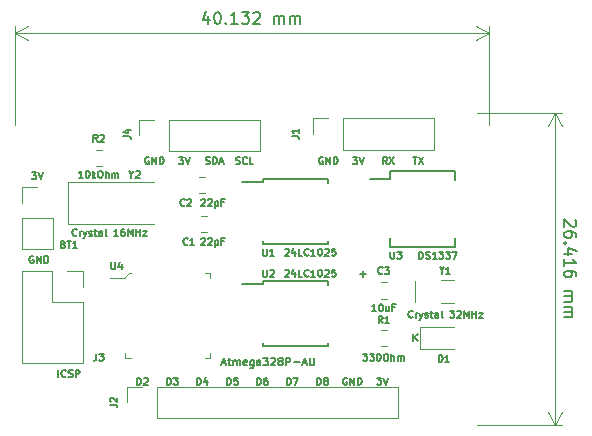
<source format=gbr>
G04 #@! TF.GenerationSoftware,KiCad,Pcbnew,(5.1.4)-1*
G04 #@! TF.CreationDate,2019-10-17T13:45:54+02:00*
G04 #@! TF.ProjectId,Project3_ArduinoClone,50726f6a-6563-4743-935f-41726475696e,v1*
G04 #@! TF.SameCoordinates,Original*
G04 #@! TF.FileFunction,Legend,Top*
G04 #@! TF.FilePolarity,Positive*
%FSLAX46Y46*%
G04 Gerber Fmt 4.6, Leading zero omitted, Abs format (unit mm)*
G04 Created by KiCad (PCBNEW (5.1.4)-1) date 2019-10-17 13:45:54*
%MOMM*%
%LPD*%
G04 APERTURE LIST*
%ADD10C,0.150000*%
%ADD11C,0.120000*%
%ADD12C,0.100000*%
G04 APERTURE END LIST*
D10*
X125039380Y-129207142D02*
X125087000Y-129254761D01*
X125134619Y-129350000D01*
X125134619Y-129588095D01*
X125087000Y-129683333D01*
X125039380Y-129730952D01*
X124944142Y-129778571D01*
X124848904Y-129778571D01*
X124706047Y-129730952D01*
X124134619Y-129159523D01*
X124134619Y-129778571D01*
X125134619Y-130635714D02*
X125134619Y-130445238D01*
X125087000Y-130350000D01*
X125039380Y-130302380D01*
X124896523Y-130207142D01*
X124706047Y-130159523D01*
X124325095Y-130159523D01*
X124229857Y-130207142D01*
X124182238Y-130254761D01*
X124134619Y-130350000D01*
X124134619Y-130540476D01*
X124182238Y-130635714D01*
X124229857Y-130683333D01*
X124325095Y-130730952D01*
X124563190Y-130730952D01*
X124658428Y-130683333D01*
X124706047Y-130635714D01*
X124753666Y-130540476D01*
X124753666Y-130350000D01*
X124706047Y-130254761D01*
X124658428Y-130207142D01*
X124563190Y-130159523D01*
X124229857Y-131159523D02*
X124182238Y-131207142D01*
X124134619Y-131159523D01*
X124182238Y-131111904D01*
X124229857Y-131159523D01*
X124134619Y-131159523D01*
X124801285Y-132064285D02*
X124134619Y-132064285D01*
X125182238Y-131826190D02*
X124467952Y-131588095D01*
X124467952Y-132207142D01*
X124134619Y-133111904D02*
X124134619Y-132540476D01*
X124134619Y-132826190D02*
X125134619Y-132826190D01*
X124991761Y-132730952D01*
X124896523Y-132635714D01*
X124848904Y-132540476D01*
X125134619Y-133969047D02*
X125134619Y-133778571D01*
X125087000Y-133683333D01*
X125039380Y-133635714D01*
X124896523Y-133540476D01*
X124706047Y-133492857D01*
X124325095Y-133492857D01*
X124229857Y-133540476D01*
X124182238Y-133588095D01*
X124134619Y-133683333D01*
X124134619Y-133873809D01*
X124182238Y-133969047D01*
X124229857Y-134016666D01*
X124325095Y-134064285D01*
X124563190Y-134064285D01*
X124658428Y-134016666D01*
X124706047Y-133969047D01*
X124753666Y-133873809D01*
X124753666Y-133683333D01*
X124706047Y-133588095D01*
X124658428Y-133540476D01*
X124563190Y-133492857D01*
X124134619Y-135254761D02*
X124801285Y-135254761D01*
X124706047Y-135254761D02*
X124753666Y-135302380D01*
X124801285Y-135397619D01*
X124801285Y-135540476D01*
X124753666Y-135635714D01*
X124658428Y-135683333D01*
X124134619Y-135683333D01*
X124658428Y-135683333D02*
X124753666Y-135730952D01*
X124801285Y-135826190D01*
X124801285Y-135969047D01*
X124753666Y-136064285D01*
X124658428Y-136111904D01*
X124134619Y-136111904D01*
X124134619Y-136588095D02*
X124801285Y-136588095D01*
X124706047Y-136588095D02*
X124753666Y-136635714D01*
X124801285Y-136730952D01*
X124801285Y-136873809D01*
X124753666Y-136969047D01*
X124658428Y-137016666D01*
X124134619Y-137016666D01*
X124658428Y-137016666D02*
X124753666Y-137064285D01*
X124801285Y-137159523D01*
X124801285Y-137302380D01*
X124753666Y-137397619D01*
X124658428Y-137445238D01*
X124134619Y-137445238D01*
D11*
X123317000Y-120142000D02*
X123317000Y-146558000D01*
X116713000Y-120142000D02*
X123903421Y-120142000D01*
X116713000Y-146558000D02*
X123903421Y-146558000D01*
X123317000Y-146558000D02*
X122730579Y-145431496D01*
X123317000Y-146558000D02*
X123903421Y-145431496D01*
X123317000Y-120142000D02*
X122730579Y-121268504D01*
X123317000Y-120142000D02*
X123903421Y-121268504D01*
D10*
X93996333Y-111926714D02*
X93996333Y-112593380D01*
X93758238Y-111545761D02*
X93520142Y-112260047D01*
X94139190Y-112260047D01*
X94710619Y-111593380D02*
X94805857Y-111593380D01*
X94901095Y-111641000D01*
X94948714Y-111688619D01*
X94996333Y-111783857D01*
X95043952Y-111974333D01*
X95043952Y-112212428D01*
X94996333Y-112402904D01*
X94948714Y-112498142D01*
X94901095Y-112545761D01*
X94805857Y-112593380D01*
X94710619Y-112593380D01*
X94615380Y-112545761D01*
X94567761Y-112498142D01*
X94520142Y-112402904D01*
X94472523Y-112212428D01*
X94472523Y-111974333D01*
X94520142Y-111783857D01*
X94567761Y-111688619D01*
X94615380Y-111641000D01*
X94710619Y-111593380D01*
X95472523Y-112498142D02*
X95520142Y-112545761D01*
X95472523Y-112593380D01*
X95424904Y-112545761D01*
X95472523Y-112498142D01*
X95472523Y-112593380D01*
X96472523Y-112593380D02*
X95901095Y-112593380D01*
X96186809Y-112593380D02*
X96186809Y-111593380D01*
X96091571Y-111736238D01*
X95996333Y-111831476D01*
X95901095Y-111879095D01*
X96805857Y-111593380D02*
X97424904Y-111593380D01*
X97091571Y-111974333D01*
X97234428Y-111974333D01*
X97329666Y-112021952D01*
X97377285Y-112069571D01*
X97424904Y-112164809D01*
X97424904Y-112402904D01*
X97377285Y-112498142D01*
X97329666Y-112545761D01*
X97234428Y-112593380D01*
X96948714Y-112593380D01*
X96853476Y-112545761D01*
X96805857Y-112498142D01*
X97805857Y-111688619D02*
X97853476Y-111641000D01*
X97948714Y-111593380D01*
X98186809Y-111593380D01*
X98282047Y-111641000D01*
X98329666Y-111688619D01*
X98377285Y-111783857D01*
X98377285Y-111879095D01*
X98329666Y-112021952D01*
X97758238Y-112593380D01*
X98377285Y-112593380D01*
X99567761Y-112593380D02*
X99567761Y-111926714D01*
X99567761Y-112021952D02*
X99615380Y-111974333D01*
X99710619Y-111926714D01*
X99853476Y-111926714D01*
X99948714Y-111974333D01*
X99996333Y-112069571D01*
X99996333Y-112593380D01*
X99996333Y-112069571D02*
X100043952Y-111974333D01*
X100139190Y-111926714D01*
X100282047Y-111926714D01*
X100377285Y-111974333D01*
X100424904Y-112069571D01*
X100424904Y-112593380D01*
X100901095Y-112593380D02*
X100901095Y-111926714D01*
X100901095Y-112021952D02*
X100948714Y-111974333D01*
X101043952Y-111926714D01*
X101186809Y-111926714D01*
X101282047Y-111974333D01*
X101329666Y-112069571D01*
X101329666Y-112593380D01*
X101329666Y-112069571D02*
X101377285Y-111974333D01*
X101472523Y-111926714D01*
X101615380Y-111926714D01*
X101710619Y-111974333D01*
X101758238Y-112069571D01*
X101758238Y-112593380D01*
D11*
X77597000Y-113411000D02*
X117729000Y-113411000D01*
X77597000Y-121158000D02*
X77597000Y-112824579D01*
X117729000Y-121158000D02*
X117729000Y-112824579D01*
X117729000Y-113411000D02*
X116602496Y-113997421D01*
X117729000Y-113411000D02*
X116602496Y-112824579D01*
X77597000Y-113411000D02*
X78723504Y-113997421D01*
X77597000Y-113411000D02*
X78723504Y-112824579D01*
D10*
X95144523Y-141332333D02*
X95454047Y-141332333D01*
X95082619Y-141518047D02*
X95299285Y-140868047D01*
X95515952Y-141518047D01*
X95639761Y-141084714D02*
X95887380Y-141084714D01*
X95732619Y-140868047D02*
X95732619Y-141425190D01*
X95763571Y-141487095D01*
X95825476Y-141518047D01*
X95887380Y-141518047D01*
X96104047Y-141518047D02*
X96104047Y-141084714D01*
X96104047Y-141146619D02*
X96135000Y-141115666D01*
X96196904Y-141084714D01*
X96289761Y-141084714D01*
X96351666Y-141115666D01*
X96382619Y-141177571D01*
X96382619Y-141518047D01*
X96382619Y-141177571D02*
X96413571Y-141115666D01*
X96475476Y-141084714D01*
X96568333Y-141084714D01*
X96630238Y-141115666D01*
X96661190Y-141177571D01*
X96661190Y-141518047D01*
X97218333Y-141487095D02*
X97156428Y-141518047D01*
X97032619Y-141518047D01*
X96970714Y-141487095D01*
X96939761Y-141425190D01*
X96939761Y-141177571D01*
X96970714Y-141115666D01*
X97032619Y-141084714D01*
X97156428Y-141084714D01*
X97218333Y-141115666D01*
X97249285Y-141177571D01*
X97249285Y-141239476D01*
X96939761Y-141301380D01*
X97806428Y-141084714D02*
X97806428Y-141610904D01*
X97775476Y-141672809D01*
X97744523Y-141703761D01*
X97682619Y-141734714D01*
X97589761Y-141734714D01*
X97527857Y-141703761D01*
X97806428Y-141487095D02*
X97744523Y-141518047D01*
X97620714Y-141518047D01*
X97558809Y-141487095D01*
X97527857Y-141456142D01*
X97496904Y-141394238D01*
X97496904Y-141208523D01*
X97527857Y-141146619D01*
X97558809Y-141115666D01*
X97620714Y-141084714D01*
X97744523Y-141084714D01*
X97806428Y-141115666D01*
X98394523Y-141518047D02*
X98394523Y-141177571D01*
X98363571Y-141115666D01*
X98301666Y-141084714D01*
X98177857Y-141084714D01*
X98115952Y-141115666D01*
X98394523Y-141487095D02*
X98332619Y-141518047D01*
X98177857Y-141518047D01*
X98115952Y-141487095D01*
X98085000Y-141425190D01*
X98085000Y-141363285D01*
X98115952Y-141301380D01*
X98177857Y-141270428D01*
X98332619Y-141270428D01*
X98394523Y-141239476D01*
X98642142Y-140868047D02*
X99044523Y-140868047D01*
X98827857Y-141115666D01*
X98920714Y-141115666D01*
X98982619Y-141146619D01*
X99013571Y-141177571D01*
X99044523Y-141239476D01*
X99044523Y-141394238D01*
X99013571Y-141456142D01*
X98982619Y-141487095D01*
X98920714Y-141518047D01*
X98735000Y-141518047D01*
X98673095Y-141487095D01*
X98642142Y-141456142D01*
X99292142Y-140929952D02*
X99323095Y-140899000D01*
X99385000Y-140868047D01*
X99539761Y-140868047D01*
X99601666Y-140899000D01*
X99632619Y-140929952D01*
X99663571Y-140991857D01*
X99663571Y-141053761D01*
X99632619Y-141146619D01*
X99261190Y-141518047D01*
X99663571Y-141518047D01*
X100035000Y-141146619D02*
X99973095Y-141115666D01*
X99942142Y-141084714D01*
X99911190Y-141022809D01*
X99911190Y-140991857D01*
X99942142Y-140929952D01*
X99973095Y-140899000D01*
X100035000Y-140868047D01*
X100158809Y-140868047D01*
X100220714Y-140899000D01*
X100251666Y-140929952D01*
X100282619Y-140991857D01*
X100282619Y-141022809D01*
X100251666Y-141084714D01*
X100220714Y-141115666D01*
X100158809Y-141146619D01*
X100035000Y-141146619D01*
X99973095Y-141177571D01*
X99942142Y-141208523D01*
X99911190Y-141270428D01*
X99911190Y-141394238D01*
X99942142Y-141456142D01*
X99973095Y-141487095D01*
X100035000Y-141518047D01*
X100158809Y-141518047D01*
X100220714Y-141487095D01*
X100251666Y-141456142D01*
X100282619Y-141394238D01*
X100282619Y-141270428D01*
X100251666Y-141208523D01*
X100220714Y-141177571D01*
X100158809Y-141146619D01*
X100561190Y-141518047D02*
X100561190Y-140868047D01*
X100808809Y-140868047D01*
X100870714Y-140899000D01*
X100901666Y-140929952D01*
X100932619Y-140991857D01*
X100932619Y-141084714D01*
X100901666Y-141146619D01*
X100870714Y-141177571D01*
X100808809Y-141208523D01*
X100561190Y-141208523D01*
X101211190Y-141270428D02*
X101706428Y-141270428D01*
X101985000Y-141332333D02*
X102294523Y-141332333D01*
X101923095Y-141518047D02*
X102139761Y-140868047D01*
X102356428Y-141518047D01*
X102573095Y-140868047D02*
X102573095Y-141394238D01*
X102604047Y-141456142D01*
X102635000Y-141487095D01*
X102696904Y-141518047D01*
X102820714Y-141518047D01*
X102882619Y-141487095D01*
X102913571Y-141456142D01*
X102944523Y-141394238D01*
X102944523Y-140868047D01*
X87949142Y-143146428D02*
X87949142Y-142546428D01*
X88092000Y-142546428D01*
X88177714Y-142575000D01*
X88234857Y-142632142D01*
X88263428Y-142689285D01*
X88292000Y-142803571D01*
X88292000Y-142889285D01*
X88263428Y-143003571D01*
X88234857Y-143060714D01*
X88177714Y-143117857D01*
X88092000Y-143146428D01*
X87949142Y-143146428D01*
X88520571Y-142603571D02*
X88549142Y-142575000D01*
X88606285Y-142546428D01*
X88749142Y-142546428D01*
X88806285Y-142575000D01*
X88834857Y-142603571D01*
X88863428Y-142660714D01*
X88863428Y-142717857D01*
X88834857Y-142803571D01*
X88492000Y-143146428D01*
X88863428Y-143146428D01*
X108254857Y-142546428D02*
X108626285Y-142546428D01*
X108426285Y-142775000D01*
X108512000Y-142775000D01*
X108569142Y-142803571D01*
X108597714Y-142832142D01*
X108626285Y-142889285D01*
X108626285Y-143032142D01*
X108597714Y-143089285D01*
X108569142Y-143117857D01*
X108512000Y-143146428D01*
X108340571Y-143146428D01*
X108283428Y-143117857D01*
X108254857Y-143089285D01*
X108797714Y-142546428D02*
X108997714Y-143146428D01*
X109197714Y-142546428D01*
X105714857Y-142575000D02*
X105657714Y-142546428D01*
X105572000Y-142546428D01*
X105486285Y-142575000D01*
X105429142Y-142632142D01*
X105400571Y-142689285D01*
X105372000Y-142803571D01*
X105372000Y-142889285D01*
X105400571Y-143003571D01*
X105429142Y-143060714D01*
X105486285Y-143117857D01*
X105572000Y-143146428D01*
X105629142Y-143146428D01*
X105714857Y-143117857D01*
X105743428Y-143089285D01*
X105743428Y-142889285D01*
X105629142Y-142889285D01*
X106000571Y-143146428D02*
X106000571Y-142546428D01*
X106343428Y-143146428D01*
X106343428Y-142546428D01*
X106629142Y-143146428D02*
X106629142Y-142546428D01*
X106772000Y-142546428D01*
X106857714Y-142575000D01*
X106914857Y-142632142D01*
X106943428Y-142689285D01*
X106972000Y-142803571D01*
X106972000Y-142889285D01*
X106943428Y-143003571D01*
X106914857Y-143060714D01*
X106857714Y-143117857D01*
X106772000Y-143146428D01*
X106629142Y-143146428D01*
X103189142Y-143146428D02*
X103189142Y-142546428D01*
X103332000Y-142546428D01*
X103417714Y-142575000D01*
X103474857Y-142632142D01*
X103503428Y-142689285D01*
X103532000Y-142803571D01*
X103532000Y-142889285D01*
X103503428Y-143003571D01*
X103474857Y-143060714D01*
X103417714Y-143117857D01*
X103332000Y-143146428D01*
X103189142Y-143146428D01*
X103874857Y-142803571D02*
X103817714Y-142775000D01*
X103789142Y-142746428D01*
X103760571Y-142689285D01*
X103760571Y-142660714D01*
X103789142Y-142603571D01*
X103817714Y-142575000D01*
X103874857Y-142546428D01*
X103989142Y-142546428D01*
X104046285Y-142575000D01*
X104074857Y-142603571D01*
X104103428Y-142660714D01*
X104103428Y-142689285D01*
X104074857Y-142746428D01*
X104046285Y-142775000D01*
X103989142Y-142803571D01*
X103874857Y-142803571D01*
X103817714Y-142832142D01*
X103789142Y-142860714D01*
X103760571Y-142917857D01*
X103760571Y-143032142D01*
X103789142Y-143089285D01*
X103817714Y-143117857D01*
X103874857Y-143146428D01*
X103989142Y-143146428D01*
X104046285Y-143117857D01*
X104074857Y-143089285D01*
X104103428Y-143032142D01*
X104103428Y-142917857D01*
X104074857Y-142860714D01*
X104046285Y-142832142D01*
X103989142Y-142803571D01*
X100649142Y-143146428D02*
X100649142Y-142546428D01*
X100792000Y-142546428D01*
X100877714Y-142575000D01*
X100934857Y-142632142D01*
X100963428Y-142689285D01*
X100992000Y-142803571D01*
X100992000Y-142889285D01*
X100963428Y-143003571D01*
X100934857Y-143060714D01*
X100877714Y-143117857D01*
X100792000Y-143146428D01*
X100649142Y-143146428D01*
X101192000Y-142546428D02*
X101592000Y-142546428D01*
X101334857Y-143146428D01*
X98109142Y-143146428D02*
X98109142Y-142546428D01*
X98252000Y-142546428D01*
X98337714Y-142575000D01*
X98394857Y-142632142D01*
X98423428Y-142689285D01*
X98452000Y-142803571D01*
X98452000Y-142889285D01*
X98423428Y-143003571D01*
X98394857Y-143060714D01*
X98337714Y-143117857D01*
X98252000Y-143146428D01*
X98109142Y-143146428D01*
X98966285Y-142546428D02*
X98852000Y-142546428D01*
X98794857Y-142575000D01*
X98766285Y-142603571D01*
X98709142Y-142689285D01*
X98680571Y-142803571D01*
X98680571Y-143032142D01*
X98709142Y-143089285D01*
X98737714Y-143117857D01*
X98794857Y-143146428D01*
X98909142Y-143146428D01*
X98966285Y-143117857D01*
X98994857Y-143089285D01*
X99023428Y-143032142D01*
X99023428Y-142889285D01*
X98994857Y-142832142D01*
X98966285Y-142803571D01*
X98909142Y-142775000D01*
X98794857Y-142775000D01*
X98737714Y-142803571D01*
X98709142Y-142832142D01*
X98680571Y-142889285D01*
X95569142Y-143146428D02*
X95569142Y-142546428D01*
X95712000Y-142546428D01*
X95797714Y-142575000D01*
X95854857Y-142632142D01*
X95883428Y-142689285D01*
X95912000Y-142803571D01*
X95912000Y-142889285D01*
X95883428Y-143003571D01*
X95854857Y-143060714D01*
X95797714Y-143117857D01*
X95712000Y-143146428D01*
X95569142Y-143146428D01*
X96454857Y-142546428D02*
X96169142Y-142546428D01*
X96140571Y-142832142D01*
X96169142Y-142803571D01*
X96226285Y-142775000D01*
X96369142Y-142775000D01*
X96426285Y-142803571D01*
X96454857Y-142832142D01*
X96483428Y-142889285D01*
X96483428Y-143032142D01*
X96454857Y-143089285D01*
X96426285Y-143117857D01*
X96369142Y-143146428D01*
X96226285Y-143146428D01*
X96169142Y-143117857D01*
X96140571Y-143089285D01*
X93029142Y-143146428D02*
X93029142Y-142546428D01*
X93172000Y-142546428D01*
X93257714Y-142575000D01*
X93314857Y-142632142D01*
X93343428Y-142689285D01*
X93372000Y-142803571D01*
X93372000Y-142889285D01*
X93343428Y-143003571D01*
X93314857Y-143060714D01*
X93257714Y-143117857D01*
X93172000Y-143146428D01*
X93029142Y-143146428D01*
X93886285Y-142746428D02*
X93886285Y-143146428D01*
X93743428Y-142517857D02*
X93600571Y-142946428D01*
X93972000Y-142946428D01*
X90489142Y-143146428D02*
X90489142Y-142546428D01*
X90632000Y-142546428D01*
X90717714Y-142575000D01*
X90774857Y-142632142D01*
X90803428Y-142689285D01*
X90832000Y-142803571D01*
X90832000Y-142889285D01*
X90803428Y-143003571D01*
X90774857Y-143060714D01*
X90717714Y-143117857D01*
X90632000Y-143146428D01*
X90489142Y-143146428D01*
X91032000Y-142546428D02*
X91403428Y-142546428D01*
X91203428Y-142775000D01*
X91289142Y-142775000D01*
X91346285Y-142803571D01*
X91374857Y-142832142D01*
X91403428Y-142889285D01*
X91403428Y-143032142D01*
X91374857Y-143089285D01*
X91346285Y-143117857D01*
X91289142Y-143146428D01*
X91117714Y-143146428D01*
X91060571Y-143117857D01*
X91032000Y-143089285D01*
X111302857Y-123877428D02*
X111645714Y-123877428D01*
X111474285Y-124477428D02*
X111474285Y-123877428D01*
X111788571Y-123877428D02*
X112188571Y-124477428D01*
X112188571Y-123877428D02*
X111788571Y-124477428D01*
X109120000Y-124477428D02*
X108920000Y-124191714D01*
X108777142Y-124477428D02*
X108777142Y-123877428D01*
X109005714Y-123877428D01*
X109062857Y-123906000D01*
X109091428Y-123934571D01*
X109120000Y-123991714D01*
X109120000Y-124077428D01*
X109091428Y-124134571D01*
X109062857Y-124163142D01*
X109005714Y-124191714D01*
X108777142Y-124191714D01*
X109320000Y-123877428D02*
X109720000Y-124477428D01*
X109720000Y-123877428D02*
X109320000Y-124477428D01*
X106222857Y-123877428D02*
X106594285Y-123877428D01*
X106394285Y-124106000D01*
X106480000Y-124106000D01*
X106537142Y-124134571D01*
X106565714Y-124163142D01*
X106594285Y-124220285D01*
X106594285Y-124363142D01*
X106565714Y-124420285D01*
X106537142Y-124448857D01*
X106480000Y-124477428D01*
X106308571Y-124477428D01*
X106251428Y-124448857D01*
X106222857Y-124420285D01*
X106765714Y-123877428D02*
X106965714Y-124477428D01*
X107165714Y-123877428D01*
X103682857Y-123906000D02*
X103625714Y-123877428D01*
X103540000Y-123877428D01*
X103454285Y-123906000D01*
X103397142Y-123963142D01*
X103368571Y-124020285D01*
X103340000Y-124134571D01*
X103340000Y-124220285D01*
X103368571Y-124334571D01*
X103397142Y-124391714D01*
X103454285Y-124448857D01*
X103540000Y-124477428D01*
X103597142Y-124477428D01*
X103682857Y-124448857D01*
X103711428Y-124420285D01*
X103711428Y-124220285D01*
X103597142Y-124220285D01*
X103968571Y-124477428D02*
X103968571Y-123877428D01*
X104311428Y-124477428D01*
X104311428Y-123877428D01*
X104597142Y-124477428D02*
X104597142Y-123877428D01*
X104740000Y-123877428D01*
X104825714Y-123906000D01*
X104882857Y-123963142D01*
X104911428Y-124020285D01*
X104940000Y-124134571D01*
X104940000Y-124220285D01*
X104911428Y-124334571D01*
X104882857Y-124391714D01*
X104825714Y-124448857D01*
X104740000Y-124477428D01*
X104597142Y-124477428D01*
X91490857Y-123877428D02*
X91862285Y-123877428D01*
X91662285Y-124106000D01*
X91748000Y-124106000D01*
X91805142Y-124134571D01*
X91833714Y-124163142D01*
X91862285Y-124220285D01*
X91862285Y-124363142D01*
X91833714Y-124420285D01*
X91805142Y-124448857D01*
X91748000Y-124477428D01*
X91576571Y-124477428D01*
X91519428Y-124448857D01*
X91490857Y-124420285D01*
X92033714Y-123877428D02*
X92233714Y-124477428D01*
X92433714Y-123877428D01*
X88950857Y-123906000D02*
X88893714Y-123877428D01*
X88808000Y-123877428D01*
X88722285Y-123906000D01*
X88665142Y-123963142D01*
X88636571Y-124020285D01*
X88608000Y-124134571D01*
X88608000Y-124220285D01*
X88636571Y-124334571D01*
X88665142Y-124391714D01*
X88722285Y-124448857D01*
X88808000Y-124477428D01*
X88865142Y-124477428D01*
X88950857Y-124448857D01*
X88979428Y-124420285D01*
X88979428Y-124220285D01*
X88865142Y-124220285D01*
X89236571Y-124477428D02*
X89236571Y-123877428D01*
X89579428Y-124477428D01*
X89579428Y-123877428D01*
X89865142Y-124477428D02*
X89865142Y-123877428D01*
X90008000Y-123877428D01*
X90093714Y-123906000D01*
X90150857Y-123963142D01*
X90179428Y-124020285D01*
X90208000Y-124134571D01*
X90208000Y-124220285D01*
X90179428Y-124334571D01*
X90150857Y-124391714D01*
X90093714Y-124448857D01*
X90008000Y-124477428D01*
X89865142Y-124477428D01*
X96313714Y-124448857D02*
X96399428Y-124477428D01*
X96542285Y-124477428D01*
X96599428Y-124448857D01*
X96628000Y-124420285D01*
X96656571Y-124363142D01*
X96656571Y-124306000D01*
X96628000Y-124248857D01*
X96599428Y-124220285D01*
X96542285Y-124191714D01*
X96428000Y-124163142D01*
X96370857Y-124134571D01*
X96342285Y-124106000D01*
X96313714Y-124048857D01*
X96313714Y-123991714D01*
X96342285Y-123934571D01*
X96370857Y-123906000D01*
X96428000Y-123877428D01*
X96570857Y-123877428D01*
X96656571Y-123906000D01*
X97256571Y-124420285D02*
X97228000Y-124448857D01*
X97142285Y-124477428D01*
X97085142Y-124477428D01*
X96999428Y-124448857D01*
X96942285Y-124391714D01*
X96913714Y-124334571D01*
X96885142Y-124220285D01*
X96885142Y-124134571D01*
X96913714Y-124020285D01*
X96942285Y-123963142D01*
X96999428Y-123906000D01*
X97085142Y-123877428D01*
X97142285Y-123877428D01*
X97228000Y-123906000D01*
X97256571Y-123934571D01*
X97799428Y-124477428D02*
X97513714Y-124477428D01*
X97513714Y-123877428D01*
X93759428Y-124448857D02*
X93845142Y-124477428D01*
X93988000Y-124477428D01*
X94045142Y-124448857D01*
X94073714Y-124420285D01*
X94102285Y-124363142D01*
X94102285Y-124306000D01*
X94073714Y-124248857D01*
X94045142Y-124220285D01*
X93988000Y-124191714D01*
X93873714Y-124163142D01*
X93816571Y-124134571D01*
X93788000Y-124106000D01*
X93759428Y-124048857D01*
X93759428Y-123991714D01*
X93788000Y-123934571D01*
X93816571Y-123906000D01*
X93873714Y-123877428D01*
X94016571Y-123877428D01*
X94102285Y-123906000D01*
X94359428Y-124477428D02*
X94359428Y-123877428D01*
X94502285Y-123877428D01*
X94588000Y-123906000D01*
X94645142Y-123963142D01*
X94673714Y-124020285D01*
X94702285Y-124134571D01*
X94702285Y-124220285D01*
X94673714Y-124334571D01*
X94645142Y-124391714D01*
X94588000Y-124448857D01*
X94502285Y-124477428D01*
X94359428Y-124477428D01*
X94930857Y-124306000D02*
X95216571Y-124306000D01*
X94873714Y-124477428D02*
X95073714Y-123877428D01*
X95273714Y-124477428D01*
X79044857Y-125147428D02*
X79416285Y-125147428D01*
X79216285Y-125376000D01*
X79302000Y-125376000D01*
X79359142Y-125404571D01*
X79387714Y-125433142D01*
X79416285Y-125490285D01*
X79416285Y-125633142D01*
X79387714Y-125690285D01*
X79359142Y-125718857D01*
X79302000Y-125747428D01*
X79130571Y-125747428D01*
X79073428Y-125718857D01*
X79044857Y-125690285D01*
X79587714Y-125147428D02*
X79787714Y-125747428D01*
X79987714Y-125147428D01*
X79171857Y-132288000D02*
X79114714Y-132259428D01*
X79029000Y-132259428D01*
X78943285Y-132288000D01*
X78886142Y-132345142D01*
X78857571Y-132402285D01*
X78829000Y-132516571D01*
X78829000Y-132602285D01*
X78857571Y-132716571D01*
X78886142Y-132773714D01*
X78943285Y-132830857D01*
X79029000Y-132859428D01*
X79086142Y-132859428D01*
X79171857Y-132830857D01*
X79200428Y-132802285D01*
X79200428Y-132602285D01*
X79086142Y-132602285D01*
X79457571Y-132859428D02*
X79457571Y-132259428D01*
X79800428Y-132859428D01*
X79800428Y-132259428D01*
X80086142Y-132859428D02*
X80086142Y-132259428D01*
X80229000Y-132259428D01*
X80314714Y-132288000D01*
X80371857Y-132345142D01*
X80400428Y-132402285D01*
X80429000Y-132516571D01*
X80429000Y-132602285D01*
X80400428Y-132716571D01*
X80371857Y-132773714D01*
X80314714Y-132830857D01*
X80229000Y-132859428D01*
X80086142Y-132859428D01*
X106794333Y-133781000D02*
X107327666Y-133781000D01*
X107061000Y-134047666D02*
X107061000Y-133514333D01*
X111348857Y-139463428D02*
X111348857Y-138863428D01*
X111691714Y-139463428D02*
X111434571Y-139120571D01*
X111691714Y-138863428D02*
X111348857Y-139206285D01*
D11*
X78172000Y-131632000D02*
X80832000Y-131632000D01*
X78172000Y-129032000D02*
X78172000Y-131632000D01*
X80832000Y-129032000D02*
X80832000Y-131632000D01*
X78172000Y-129032000D02*
X80832000Y-129032000D01*
X78172000Y-127762000D02*
X78172000Y-126432000D01*
X78172000Y-126432000D02*
X79502000Y-126432000D01*
X93328748Y-128830000D02*
X93851252Y-128830000D01*
X93328748Y-130250000D02*
X93851252Y-130250000D01*
X93201748Y-126948000D02*
X93724252Y-126948000D01*
X93201748Y-125528000D02*
X93724252Y-125528000D01*
X108568748Y-134450000D02*
X109091252Y-134450000D01*
X108568748Y-135870000D02*
X109091252Y-135870000D01*
X114783000Y-138232000D02*
X111923000Y-138232000D01*
X111923000Y-138232000D02*
X111923000Y-140152000D01*
X111923000Y-140152000D02*
X114783000Y-140152000D01*
X105410000Y-123250000D02*
X105410000Y-120590000D01*
X105410000Y-123250000D02*
X113090000Y-123250000D01*
X113090000Y-123250000D02*
X113090000Y-120590000D01*
X105410000Y-120590000D02*
X113090000Y-120590000D01*
X102810000Y-120590000D02*
X104140000Y-120590000D01*
X102810000Y-121920000D02*
X102810000Y-120590000D01*
X89662000Y-145983000D02*
X89662000Y-143323000D01*
X89662000Y-145983000D02*
X110042000Y-145983000D01*
X110042000Y-145983000D02*
X110042000Y-143323000D01*
X89662000Y-143323000D02*
X110042000Y-143323000D01*
X87062000Y-143323000D02*
X88392000Y-143323000D01*
X87062000Y-144653000D02*
X87062000Y-143323000D01*
X78172000Y-133544000D02*
X80772000Y-133544000D01*
X78172000Y-133544000D02*
X78172000Y-141284000D01*
X78172000Y-141284000D02*
X83372000Y-141284000D01*
X83372000Y-136144000D02*
X83372000Y-141284000D01*
X80772000Y-136144000D02*
X83372000Y-136144000D01*
X80772000Y-133544000D02*
X80772000Y-136144000D01*
X83372000Y-133544000D02*
X83372000Y-134874000D01*
X82042000Y-133544000D02*
X83372000Y-133544000D01*
X88078000Y-122047000D02*
X88078000Y-120717000D01*
X88078000Y-120717000D02*
X89408000Y-120717000D01*
X90678000Y-120717000D02*
X98358000Y-120717000D01*
X98358000Y-123377000D02*
X98358000Y-120717000D01*
X90678000Y-123377000D02*
X98358000Y-123377000D01*
X90678000Y-123377000D02*
X90678000Y-120717000D01*
X108568748Y-138482000D02*
X109091252Y-138482000D01*
X108568748Y-139902000D02*
X109091252Y-139902000D01*
X84438748Y-124662000D02*
X84961252Y-124662000D01*
X84438748Y-123242000D02*
X84961252Y-123242000D01*
D10*
X98596000Y-125769000D02*
X98596000Y-125974000D01*
X104096000Y-125769000D02*
X104096000Y-126069000D01*
X104096000Y-131279000D02*
X104096000Y-130979000D01*
X98596000Y-131279000D02*
X98596000Y-130979000D01*
X98596000Y-125769000D02*
X104096000Y-125769000D01*
X98596000Y-131279000D02*
X104096000Y-131279000D01*
X98596000Y-125974000D02*
X96846000Y-125974000D01*
X98596000Y-134610000D02*
X96846000Y-134610000D01*
X98596000Y-139915000D02*
X104096000Y-139915000D01*
X98596000Y-134405000D02*
X104096000Y-134405000D01*
X98596000Y-139915000D02*
X98596000Y-139615000D01*
X104096000Y-139915000D02*
X104096000Y-139615000D01*
X104096000Y-134405000D02*
X104096000Y-134705000D01*
X98596000Y-134405000D02*
X98596000Y-134610000D01*
X109391000Y-125065000D02*
X109391000Y-125720000D01*
X114891000Y-125065000D02*
X114891000Y-125815000D01*
X114891000Y-131475000D02*
X114891000Y-130725000D01*
X109391000Y-131475000D02*
X109391000Y-130725000D01*
X109391000Y-125065000D02*
X114891000Y-125065000D01*
X109391000Y-131475000D02*
X114891000Y-131475000D01*
X109391000Y-125720000D02*
X107641000Y-125720000D01*
D11*
X113649000Y-134305000D02*
X114749000Y-134305000D01*
X113649000Y-136205000D02*
X114749000Y-136205000D01*
X111499000Y-134355000D02*
X111499000Y-136155000D01*
X89381000Y-125962000D02*
X82131000Y-125962000D01*
X82131000Y-125962000D02*
X82131000Y-129562000D01*
X82131000Y-129562000D02*
X89381000Y-129562000D01*
D12*
X87401000Y-133687000D02*
X87301000Y-133687000D01*
X87301000Y-133687000D02*
X86951000Y-134037000D01*
X86951000Y-134037000D02*
X86951000Y-134137000D01*
X86951000Y-134137000D02*
X85651000Y-134137000D01*
X94151000Y-133687000D02*
X93701000Y-133687000D01*
X94151000Y-133687000D02*
X94151000Y-134137000D01*
X94151000Y-140887000D02*
X94151000Y-140437000D01*
X94151000Y-140887000D02*
X93701000Y-140887000D01*
X86951000Y-140887000D02*
X87401000Y-140887000D01*
X86951000Y-140887000D02*
X86951000Y-140437000D01*
D10*
X81697571Y-131275142D02*
X81783285Y-131303714D01*
X81811857Y-131332285D01*
X81840428Y-131389428D01*
X81840428Y-131475142D01*
X81811857Y-131532285D01*
X81783285Y-131560857D01*
X81726142Y-131589428D01*
X81497571Y-131589428D01*
X81497571Y-130989428D01*
X81697571Y-130989428D01*
X81754714Y-131018000D01*
X81783285Y-131046571D01*
X81811857Y-131103714D01*
X81811857Y-131160857D01*
X81783285Y-131218000D01*
X81754714Y-131246571D01*
X81697571Y-131275142D01*
X81497571Y-131275142D01*
X82011857Y-130989428D02*
X82354714Y-130989428D01*
X82183285Y-131589428D02*
X82183285Y-130989428D01*
X82869000Y-131589428D02*
X82526142Y-131589428D01*
X82697571Y-131589428D02*
X82697571Y-130989428D01*
X82640428Y-131075142D01*
X82583285Y-131132285D01*
X82526142Y-131160857D01*
X92229000Y-131278285D02*
X92200428Y-131306857D01*
X92114714Y-131335428D01*
X92057571Y-131335428D01*
X91971857Y-131306857D01*
X91914714Y-131249714D01*
X91886142Y-131192571D01*
X91857571Y-131078285D01*
X91857571Y-130992571D01*
X91886142Y-130878285D01*
X91914714Y-130821142D01*
X91971857Y-130764000D01*
X92057571Y-130735428D01*
X92114714Y-130735428D01*
X92200428Y-130764000D01*
X92229000Y-130792571D01*
X92800428Y-131335428D02*
X92457571Y-131335428D01*
X92629000Y-131335428D02*
X92629000Y-130735428D01*
X92571857Y-130821142D01*
X92514714Y-130878285D01*
X92457571Y-130906857D01*
X93375285Y-130792571D02*
X93403857Y-130764000D01*
X93461000Y-130735428D01*
X93603857Y-130735428D01*
X93661000Y-130764000D01*
X93689571Y-130792571D01*
X93718142Y-130849714D01*
X93718142Y-130906857D01*
X93689571Y-130992571D01*
X93346714Y-131335428D01*
X93718142Y-131335428D01*
X93946714Y-130792571D02*
X93975285Y-130764000D01*
X94032428Y-130735428D01*
X94175285Y-130735428D01*
X94232428Y-130764000D01*
X94261000Y-130792571D01*
X94289571Y-130849714D01*
X94289571Y-130906857D01*
X94261000Y-130992571D01*
X93918142Y-131335428D01*
X94289571Y-131335428D01*
X94546714Y-130935428D02*
X94546714Y-131535428D01*
X94546714Y-130964000D02*
X94603857Y-130935428D01*
X94718142Y-130935428D01*
X94775285Y-130964000D01*
X94803857Y-130992571D01*
X94832428Y-131049714D01*
X94832428Y-131221142D01*
X94803857Y-131278285D01*
X94775285Y-131306857D01*
X94718142Y-131335428D01*
X94603857Y-131335428D01*
X94546714Y-131306857D01*
X95289571Y-131021142D02*
X95089571Y-131021142D01*
X95089571Y-131335428D02*
X95089571Y-130735428D01*
X95375285Y-130735428D01*
X91975000Y-127976285D02*
X91946428Y-128004857D01*
X91860714Y-128033428D01*
X91803571Y-128033428D01*
X91717857Y-128004857D01*
X91660714Y-127947714D01*
X91632142Y-127890571D01*
X91603571Y-127776285D01*
X91603571Y-127690571D01*
X91632142Y-127576285D01*
X91660714Y-127519142D01*
X91717857Y-127462000D01*
X91803571Y-127433428D01*
X91860714Y-127433428D01*
X91946428Y-127462000D01*
X91975000Y-127490571D01*
X92203571Y-127490571D02*
X92232142Y-127462000D01*
X92289285Y-127433428D01*
X92432142Y-127433428D01*
X92489285Y-127462000D01*
X92517857Y-127490571D01*
X92546428Y-127547714D01*
X92546428Y-127604857D01*
X92517857Y-127690571D01*
X92175000Y-128033428D01*
X92546428Y-128033428D01*
X93375285Y-127490571D02*
X93403857Y-127462000D01*
X93461000Y-127433428D01*
X93603857Y-127433428D01*
X93661000Y-127462000D01*
X93689571Y-127490571D01*
X93718142Y-127547714D01*
X93718142Y-127604857D01*
X93689571Y-127690571D01*
X93346714Y-128033428D01*
X93718142Y-128033428D01*
X93946714Y-127490571D02*
X93975285Y-127462000D01*
X94032428Y-127433428D01*
X94175285Y-127433428D01*
X94232428Y-127462000D01*
X94261000Y-127490571D01*
X94289571Y-127547714D01*
X94289571Y-127604857D01*
X94261000Y-127690571D01*
X93918142Y-128033428D01*
X94289571Y-128033428D01*
X94546714Y-127633428D02*
X94546714Y-128233428D01*
X94546714Y-127662000D02*
X94603857Y-127633428D01*
X94718142Y-127633428D01*
X94775285Y-127662000D01*
X94803857Y-127690571D01*
X94832428Y-127747714D01*
X94832428Y-127919142D01*
X94803857Y-127976285D01*
X94775285Y-128004857D01*
X94718142Y-128033428D01*
X94603857Y-128033428D01*
X94546714Y-128004857D01*
X95289571Y-127719142D02*
X95089571Y-127719142D01*
X95089571Y-128033428D02*
X95089571Y-127433428D01*
X95375285Y-127433428D01*
X108730000Y-133724285D02*
X108701428Y-133752857D01*
X108615714Y-133781428D01*
X108558571Y-133781428D01*
X108472857Y-133752857D01*
X108415714Y-133695714D01*
X108387142Y-133638571D01*
X108358571Y-133524285D01*
X108358571Y-133438571D01*
X108387142Y-133324285D01*
X108415714Y-133267142D01*
X108472857Y-133210000D01*
X108558571Y-133181428D01*
X108615714Y-133181428D01*
X108701428Y-133210000D01*
X108730000Y-133238571D01*
X108930000Y-133181428D02*
X109301428Y-133181428D01*
X109101428Y-133410000D01*
X109187142Y-133410000D01*
X109244285Y-133438571D01*
X109272857Y-133467142D01*
X109301428Y-133524285D01*
X109301428Y-133667142D01*
X109272857Y-133724285D01*
X109244285Y-133752857D01*
X109187142Y-133781428D01*
X109015714Y-133781428D01*
X108958571Y-133752857D01*
X108930000Y-133724285D01*
X108196142Y-136923428D02*
X107853285Y-136923428D01*
X108024714Y-136923428D02*
X108024714Y-136323428D01*
X107967571Y-136409142D01*
X107910428Y-136466285D01*
X107853285Y-136494857D01*
X108567571Y-136323428D02*
X108624714Y-136323428D01*
X108681857Y-136352000D01*
X108710428Y-136380571D01*
X108739000Y-136437714D01*
X108767571Y-136552000D01*
X108767571Y-136694857D01*
X108739000Y-136809142D01*
X108710428Y-136866285D01*
X108681857Y-136894857D01*
X108624714Y-136923428D01*
X108567571Y-136923428D01*
X108510428Y-136894857D01*
X108481857Y-136866285D01*
X108453285Y-136809142D01*
X108424714Y-136694857D01*
X108424714Y-136552000D01*
X108453285Y-136437714D01*
X108481857Y-136380571D01*
X108510428Y-136352000D01*
X108567571Y-136323428D01*
X109281857Y-136523428D02*
X109281857Y-136923428D01*
X109024714Y-136523428D02*
X109024714Y-136837714D01*
X109053285Y-136894857D01*
X109110428Y-136923428D01*
X109196142Y-136923428D01*
X109253285Y-136894857D01*
X109281857Y-136866285D01*
X109767571Y-136609142D02*
X109567571Y-136609142D01*
X109567571Y-136923428D02*
X109567571Y-136323428D01*
X109853285Y-136323428D01*
X113476142Y-141241428D02*
X113476142Y-140641428D01*
X113619000Y-140641428D01*
X113704714Y-140670000D01*
X113761857Y-140727142D01*
X113790428Y-140784285D01*
X113819000Y-140898571D01*
X113819000Y-140984285D01*
X113790428Y-141098571D01*
X113761857Y-141155714D01*
X113704714Y-141212857D01*
X113619000Y-141241428D01*
X113476142Y-141241428D01*
X114390428Y-141241428D02*
X114047571Y-141241428D01*
X114219000Y-141241428D02*
X114219000Y-140641428D01*
X114161857Y-140727142D01*
X114104714Y-140784285D01*
X114047571Y-140812857D01*
X101041428Y-122120000D02*
X101470000Y-122120000D01*
X101555714Y-122148571D01*
X101612857Y-122205714D01*
X101641428Y-122291428D01*
X101641428Y-122348571D01*
X101641428Y-121520000D02*
X101641428Y-121862857D01*
X101641428Y-121691428D02*
X101041428Y-121691428D01*
X101127142Y-121748571D01*
X101184285Y-121805714D01*
X101212857Y-121862857D01*
X85650428Y-144853000D02*
X86079000Y-144853000D01*
X86164714Y-144881571D01*
X86221857Y-144938714D01*
X86250428Y-145024428D01*
X86250428Y-145081571D01*
X85707571Y-144595857D02*
X85679000Y-144567285D01*
X85650428Y-144510142D01*
X85650428Y-144367285D01*
X85679000Y-144310142D01*
X85707571Y-144281571D01*
X85764714Y-144253000D01*
X85821857Y-144253000D01*
X85907571Y-144281571D01*
X86250428Y-144624428D01*
X86250428Y-144253000D01*
X84509000Y-140514428D02*
X84509000Y-140943000D01*
X84480428Y-141028714D01*
X84423285Y-141085857D01*
X84337571Y-141114428D01*
X84280428Y-141114428D01*
X84737571Y-140514428D02*
X85109000Y-140514428D01*
X84909000Y-140743000D01*
X84994714Y-140743000D01*
X85051857Y-140771571D01*
X85080428Y-140800142D01*
X85109000Y-140857285D01*
X85109000Y-141000142D01*
X85080428Y-141057285D01*
X85051857Y-141085857D01*
X84994714Y-141114428D01*
X84823285Y-141114428D01*
X84766142Y-141085857D01*
X84737571Y-141057285D01*
X81283285Y-142511428D02*
X81283285Y-141911428D01*
X81911857Y-142454285D02*
X81883285Y-142482857D01*
X81797571Y-142511428D01*
X81740428Y-142511428D01*
X81654714Y-142482857D01*
X81597571Y-142425714D01*
X81569000Y-142368571D01*
X81540428Y-142254285D01*
X81540428Y-142168571D01*
X81569000Y-142054285D01*
X81597571Y-141997142D01*
X81654714Y-141940000D01*
X81740428Y-141911428D01*
X81797571Y-141911428D01*
X81883285Y-141940000D01*
X81911857Y-141968571D01*
X82140428Y-142482857D02*
X82226142Y-142511428D01*
X82369000Y-142511428D01*
X82426142Y-142482857D01*
X82454714Y-142454285D01*
X82483285Y-142397142D01*
X82483285Y-142340000D01*
X82454714Y-142282857D01*
X82426142Y-142254285D01*
X82369000Y-142225714D01*
X82254714Y-142197142D01*
X82197571Y-142168571D01*
X82169000Y-142140000D01*
X82140428Y-142082857D01*
X82140428Y-142025714D01*
X82169000Y-141968571D01*
X82197571Y-141940000D01*
X82254714Y-141911428D01*
X82397571Y-141911428D01*
X82483285Y-141940000D01*
X82740428Y-142511428D02*
X82740428Y-141911428D01*
X82969000Y-141911428D01*
X83026142Y-141940000D01*
X83054714Y-141968571D01*
X83083285Y-142025714D01*
X83083285Y-142111428D01*
X83054714Y-142168571D01*
X83026142Y-142197142D01*
X82969000Y-142225714D01*
X82740428Y-142225714D01*
X86793428Y-122120000D02*
X87222000Y-122120000D01*
X87307714Y-122148571D01*
X87364857Y-122205714D01*
X87393428Y-122291428D01*
X87393428Y-122348571D01*
X86993428Y-121577142D02*
X87393428Y-121577142D01*
X86764857Y-121720000D02*
X87193428Y-121862857D01*
X87193428Y-121491428D01*
X108739000Y-137939428D02*
X108539000Y-137653714D01*
X108396142Y-137939428D02*
X108396142Y-137339428D01*
X108624714Y-137339428D01*
X108681857Y-137368000D01*
X108710428Y-137396571D01*
X108739000Y-137453714D01*
X108739000Y-137539428D01*
X108710428Y-137596571D01*
X108681857Y-137625142D01*
X108624714Y-137653714D01*
X108396142Y-137653714D01*
X109310428Y-137939428D02*
X108967571Y-137939428D01*
X109139000Y-137939428D02*
X109139000Y-137339428D01*
X109081857Y-137425142D01*
X109024714Y-137482285D01*
X108967571Y-137510857D01*
X107072857Y-140513428D02*
X107444285Y-140513428D01*
X107244285Y-140742000D01*
X107330000Y-140742000D01*
X107387142Y-140770571D01*
X107415714Y-140799142D01*
X107444285Y-140856285D01*
X107444285Y-140999142D01*
X107415714Y-141056285D01*
X107387142Y-141084857D01*
X107330000Y-141113428D01*
X107158571Y-141113428D01*
X107101428Y-141084857D01*
X107072857Y-141056285D01*
X107644285Y-140513428D02*
X108015714Y-140513428D01*
X107815714Y-140742000D01*
X107901428Y-140742000D01*
X107958571Y-140770571D01*
X107987142Y-140799142D01*
X108015714Y-140856285D01*
X108015714Y-140999142D01*
X107987142Y-141056285D01*
X107958571Y-141084857D01*
X107901428Y-141113428D01*
X107730000Y-141113428D01*
X107672857Y-141084857D01*
X107644285Y-141056285D01*
X108387142Y-140513428D02*
X108444285Y-140513428D01*
X108501428Y-140542000D01*
X108530000Y-140570571D01*
X108558571Y-140627714D01*
X108587142Y-140742000D01*
X108587142Y-140884857D01*
X108558571Y-140999142D01*
X108530000Y-141056285D01*
X108501428Y-141084857D01*
X108444285Y-141113428D01*
X108387142Y-141113428D01*
X108330000Y-141084857D01*
X108301428Y-141056285D01*
X108272857Y-140999142D01*
X108244285Y-140884857D01*
X108244285Y-140742000D01*
X108272857Y-140627714D01*
X108301428Y-140570571D01*
X108330000Y-140542000D01*
X108387142Y-140513428D01*
X108958571Y-140513428D02*
X109072857Y-140513428D01*
X109130000Y-140542000D01*
X109187142Y-140599142D01*
X109215714Y-140713428D01*
X109215714Y-140913428D01*
X109187142Y-141027714D01*
X109130000Y-141084857D01*
X109072857Y-141113428D01*
X108958571Y-141113428D01*
X108901428Y-141084857D01*
X108844285Y-141027714D01*
X108815714Y-140913428D01*
X108815714Y-140713428D01*
X108844285Y-140599142D01*
X108901428Y-140542000D01*
X108958571Y-140513428D01*
X109472857Y-141113428D02*
X109472857Y-140513428D01*
X109730000Y-141113428D02*
X109730000Y-140799142D01*
X109701428Y-140742000D01*
X109644285Y-140713428D01*
X109558571Y-140713428D01*
X109501428Y-140742000D01*
X109472857Y-140770571D01*
X110015714Y-141113428D02*
X110015714Y-140713428D01*
X110015714Y-140770571D02*
X110044285Y-140742000D01*
X110101428Y-140713428D01*
X110187142Y-140713428D01*
X110244285Y-140742000D01*
X110272857Y-140799142D01*
X110272857Y-141113428D01*
X110272857Y-140799142D02*
X110301428Y-140742000D01*
X110358571Y-140713428D01*
X110444285Y-140713428D01*
X110501428Y-140742000D01*
X110530000Y-140799142D01*
X110530000Y-141113428D01*
X84600000Y-122573428D02*
X84400000Y-122287714D01*
X84257142Y-122573428D02*
X84257142Y-121973428D01*
X84485714Y-121973428D01*
X84542857Y-122002000D01*
X84571428Y-122030571D01*
X84600000Y-122087714D01*
X84600000Y-122173428D01*
X84571428Y-122230571D01*
X84542857Y-122259142D01*
X84485714Y-122287714D01*
X84257142Y-122287714D01*
X84828571Y-122030571D02*
X84857142Y-122002000D01*
X84914285Y-121973428D01*
X85057142Y-121973428D01*
X85114285Y-122002000D01*
X85142857Y-122030571D01*
X85171428Y-122087714D01*
X85171428Y-122144857D01*
X85142857Y-122230571D01*
X84800000Y-122573428D01*
X85171428Y-122573428D01*
X83357142Y-125620428D02*
X83014285Y-125620428D01*
X83185714Y-125620428D02*
X83185714Y-125020428D01*
X83128571Y-125106142D01*
X83071428Y-125163285D01*
X83014285Y-125191857D01*
X83728571Y-125020428D02*
X83785714Y-125020428D01*
X83842857Y-125049000D01*
X83871428Y-125077571D01*
X83900000Y-125134714D01*
X83928571Y-125249000D01*
X83928571Y-125391857D01*
X83900000Y-125506142D01*
X83871428Y-125563285D01*
X83842857Y-125591857D01*
X83785714Y-125620428D01*
X83728571Y-125620428D01*
X83671428Y-125591857D01*
X83642857Y-125563285D01*
X83614285Y-125506142D01*
X83585714Y-125391857D01*
X83585714Y-125249000D01*
X83614285Y-125134714D01*
X83642857Y-125077571D01*
X83671428Y-125049000D01*
X83728571Y-125020428D01*
X84185714Y-125620428D02*
X84185714Y-125020428D01*
X84242857Y-125391857D02*
X84414285Y-125620428D01*
X84414285Y-125220428D02*
X84185714Y-125449000D01*
X84785714Y-125020428D02*
X84900000Y-125020428D01*
X84957142Y-125049000D01*
X85014285Y-125106142D01*
X85042857Y-125220428D01*
X85042857Y-125420428D01*
X85014285Y-125534714D01*
X84957142Y-125591857D01*
X84900000Y-125620428D01*
X84785714Y-125620428D01*
X84728571Y-125591857D01*
X84671428Y-125534714D01*
X84642857Y-125420428D01*
X84642857Y-125220428D01*
X84671428Y-125106142D01*
X84728571Y-125049000D01*
X84785714Y-125020428D01*
X85300000Y-125620428D02*
X85300000Y-125020428D01*
X85557142Y-125620428D02*
X85557142Y-125306142D01*
X85528571Y-125249000D01*
X85471428Y-125220428D01*
X85385714Y-125220428D01*
X85328571Y-125249000D01*
X85300000Y-125277571D01*
X85842857Y-125620428D02*
X85842857Y-125220428D01*
X85842857Y-125277571D02*
X85871428Y-125249000D01*
X85928571Y-125220428D01*
X86014285Y-125220428D01*
X86071428Y-125249000D01*
X86100000Y-125306142D01*
X86100000Y-125620428D01*
X86100000Y-125306142D02*
X86128571Y-125249000D01*
X86185714Y-125220428D01*
X86271428Y-125220428D01*
X86328571Y-125249000D01*
X86357142Y-125306142D01*
X86357142Y-125620428D01*
X98602857Y-131624428D02*
X98602857Y-132110142D01*
X98631428Y-132167285D01*
X98660000Y-132195857D01*
X98717142Y-132224428D01*
X98831428Y-132224428D01*
X98888571Y-132195857D01*
X98917142Y-132167285D01*
X98945714Y-132110142D01*
X98945714Y-131624428D01*
X99545714Y-132224428D02*
X99202857Y-132224428D01*
X99374285Y-132224428D02*
X99374285Y-131624428D01*
X99317142Y-131710142D01*
X99260000Y-131767285D01*
X99202857Y-131795857D01*
X100473142Y-131681571D02*
X100501714Y-131653000D01*
X100558857Y-131624428D01*
X100701714Y-131624428D01*
X100758857Y-131653000D01*
X100787428Y-131681571D01*
X100816000Y-131738714D01*
X100816000Y-131795857D01*
X100787428Y-131881571D01*
X100444571Y-132224428D01*
X100816000Y-132224428D01*
X101330285Y-131824428D02*
X101330285Y-132224428D01*
X101187428Y-131595857D02*
X101044571Y-132024428D01*
X101416000Y-132024428D01*
X101930285Y-132224428D02*
X101644571Y-132224428D01*
X101644571Y-131624428D01*
X102473142Y-132167285D02*
X102444571Y-132195857D01*
X102358857Y-132224428D01*
X102301714Y-132224428D01*
X102216000Y-132195857D01*
X102158857Y-132138714D01*
X102130285Y-132081571D01*
X102101714Y-131967285D01*
X102101714Y-131881571D01*
X102130285Y-131767285D01*
X102158857Y-131710142D01*
X102216000Y-131653000D01*
X102301714Y-131624428D01*
X102358857Y-131624428D01*
X102444571Y-131653000D01*
X102473142Y-131681571D01*
X103044571Y-132224428D02*
X102701714Y-132224428D01*
X102873142Y-132224428D02*
X102873142Y-131624428D01*
X102816000Y-131710142D01*
X102758857Y-131767285D01*
X102701714Y-131795857D01*
X103416000Y-131624428D02*
X103473142Y-131624428D01*
X103530285Y-131653000D01*
X103558857Y-131681571D01*
X103587428Y-131738714D01*
X103616000Y-131853000D01*
X103616000Y-131995857D01*
X103587428Y-132110142D01*
X103558857Y-132167285D01*
X103530285Y-132195857D01*
X103473142Y-132224428D01*
X103416000Y-132224428D01*
X103358857Y-132195857D01*
X103330285Y-132167285D01*
X103301714Y-132110142D01*
X103273142Y-131995857D01*
X103273142Y-131853000D01*
X103301714Y-131738714D01*
X103330285Y-131681571D01*
X103358857Y-131653000D01*
X103416000Y-131624428D01*
X103844571Y-131681571D02*
X103873142Y-131653000D01*
X103930285Y-131624428D01*
X104073142Y-131624428D01*
X104130285Y-131653000D01*
X104158857Y-131681571D01*
X104187428Y-131738714D01*
X104187428Y-131795857D01*
X104158857Y-131881571D01*
X103816000Y-132224428D01*
X104187428Y-132224428D01*
X104730285Y-131624428D02*
X104444571Y-131624428D01*
X104416000Y-131910142D01*
X104444571Y-131881571D01*
X104501714Y-131853000D01*
X104644571Y-131853000D01*
X104701714Y-131881571D01*
X104730285Y-131910142D01*
X104758857Y-131967285D01*
X104758857Y-132110142D01*
X104730285Y-132167285D01*
X104701714Y-132195857D01*
X104644571Y-132224428D01*
X104501714Y-132224428D01*
X104444571Y-132195857D01*
X104416000Y-132167285D01*
X98602857Y-133402428D02*
X98602857Y-133888142D01*
X98631428Y-133945285D01*
X98660000Y-133973857D01*
X98717142Y-134002428D01*
X98831428Y-134002428D01*
X98888571Y-133973857D01*
X98917142Y-133945285D01*
X98945714Y-133888142D01*
X98945714Y-133402428D01*
X99202857Y-133459571D02*
X99231428Y-133431000D01*
X99288571Y-133402428D01*
X99431428Y-133402428D01*
X99488571Y-133431000D01*
X99517142Y-133459571D01*
X99545714Y-133516714D01*
X99545714Y-133573857D01*
X99517142Y-133659571D01*
X99174285Y-134002428D01*
X99545714Y-134002428D01*
X100473142Y-133459571D02*
X100501714Y-133431000D01*
X100558857Y-133402428D01*
X100701714Y-133402428D01*
X100758857Y-133431000D01*
X100787428Y-133459571D01*
X100816000Y-133516714D01*
X100816000Y-133573857D01*
X100787428Y-133659571D01*
X100444571Y-134002428D01*
X100816000Y-134002428D01*
X101330285Y-133602428D02*
X101330285Y-134002428D01*
X101187428Y-133373857D02*
X101044571Y-133802428D01*
X101416000Y-133802428D01*
X101930285Y-134002428D02*
X101644571Y-134002428D01*
X101644571Y-133402428D01*
X102473142Y-133945285D02*
X102444571Y-133973857D01*
X102358857Y-134002428D01*
X102301714Y-134002428D01*
X102216000Y-133973857D01*
X102158857Y-133916714D01*
X102130285Y-133859571D01*
X102101714Y-133745285D01*
X102101714Y-133659571D01*
X102130285Y-133545285D01*
X102158857Y-133488142D01*
X102216000Y-133431000D01*
X102301714Y-133402428D01*
X102358857Y-133402428D01*
X102444571Y-133431000D01*
X102473142Y-133459571D01*
X103044571Y-134002428D02*
X102701714Y-134002428D01*
X102873142Y-134002428D02*
X102873142Y-133402428D01*
X102816000Y-133488142D01*
X102758857Y-133545285D01*
X102701714Y-133573857D01*
X103416000Y-133402428D02*
X103473142Y-133402428D01*
X103530285Y-133431000D01*
X103558857Y-133459571D01*
X103587428Y-133516714D01*
X103616000Y-133631000D01*
X103616000Y-133773857D01*
X103587428Y-133888142D01*
X103558857Y-133945285D01*
X103530285Y-133973857D01*
X103473142Y-134002428D01*
X103416000Y-134002428D01*
X103358857Y-133973857D01*
X103330285Y-133945285D01*
X103301714Y-133888142D01*
X103273142Y-133773857D01*
X103273142Y-133631000D01*
X103301714Y-133516714D01*
X103330285Y-133459571D01*
X103358857Y-133431000D01*
X103416000Y-133402428D01*
X103844571Y-133459571D02*
X103873142Y-133431000D01*
X103930285Y-133402428D01*
X104073142Y-133402428D01*
X104130285Y-133431000D01*
X104158857Y-133459571D01*
X104187428Y-133516714D01*
X104187428Y-133573857D01*
X104158857Y-133659571D01*
X103816000Y-134002428D01*
X104187428Y-134002428D01*
X104730285Y-133402428D02*
X104444571Y-133402428D01*
X104416000Y-133688142D01*
X104444571Y-133659571D01*
X104501714Y-133631000D01*
X104644571Y-133631000D01*
X104701714Y-133659571D01*
X104730285Y-133688142D01*
X104758857Y-133745285D01*
X104758857Y-133888142D01*
X104730285Y-133945285D01*
X104701714Y-133973857D01*
X104644571Y-134002428D01*
X104501714Y-134002428D01*
X104444571Y-133973857D01*
X104416000Y-133945285D01*
X109397857Y-131878428D02*
X109397857Y-132364142D01*
X109426428Y-132421285D01*
X109455000Y-132449857D01*
X109512142Y-132478428D01*
X109626428Y-132478428D01*
X109683571Y-132449857D01*
X109712142Y-132421285D01*
X109740714Y-132364142D01*
X109740714Y-131878428D01*
X109969285Y-131878428D02*
X110340714Y-131878428D01*
X110140714Y-132107000D01*
X110226428Y-132107000D01*
X110283571Y-132135571D01*
X110312142Y-132164142D01*
X110340714Y-132221285D01*
X110340714Y-132364142D01*
X110312142Y-132421285D01*
X110283571Y-132449857D01*
X110226428Y-132478428D01*
X110055000Y-132478428D01*
X109997857Y-132449857D01*
X109969285Y-132421285D01*
X111825285Y-132478428D02*
X111825285Y-131878428D01*
X111968142Y-131878428D01*
X112053857Y-131907000D01*
X112111000Y-131964142D01*
X112139571Y-132021285D01*
X112168142Y-132135571D01*
X112168142Y-132221285D01*
X112139571Y-132335571D01*
X112111000Y-132392714D01*
X112053857Y-132449857D01*
X111968142Y-132478428D01*
X111825285Y-132478428D01*
X112396714Y-132449857D02*
X112482428Y-132478428D01*
X112625285Y-132478428D01*
X112682428Y-132449857D01*
X112711000Y-132421285D01*
X112739571Y-132364142D01*
X112739571Y-132307000D01*
X112711000Y-132249857D01*
X112682428Y-132221285D01*
X112625285Y-132192714D01*
X112511000Y-132164142D01*
X112453857Y-132135571D01*
X112425285Y-132107000D01*
X112396714Y-132049857D01*
X112396714Y-131992714D01*
X112425285Y-131935571D01*
X112453857Y-131907000D01*
X112511000Y-131878428D01*
X112653857Y-131878428D01*
X112739571Y-131907000D01*
X113311000Y-132478428D02*
X112968142Y-132478428D01*
X113139571Y-132478428D02*
X113139571Y-131878428D01*
X113082428Y-131964142D01*
X113025285Y-132021285D01*
X112968142Y-132049857D01*
X113511000Y-131878428D02*
X113882428Y-131878428D01*
X113682428Y-132107000D01*
X113768142Y-132107000D01*
X113825285Y-132135571D01*
X113853857Y-132164142D01*
X113882428Y-132221285D01*
X113882428Y-132364142D01*
X113853857Y-132421285D01*
X113825285Y-132449857D01*
X113768142Y-132478428D01*
X113596714Y-132478428D01*
X113539571Y-132449857D01*
X113511000Y-132421285D01*
X114082428Y-131878428D02*
X114453857Y-131878428D01*
X114253857Y-132107000D01*
X114339571Y-132107000D01*
X114396714Y-132135571D01*
X114425285Y-132164142D01*
X114453857Y-132221285D01*
X114453857Y-132364142D01*
X114425285Y-132421285D01*
X114396714Y-132449857D01*
X114339571Y-132478428D01*
X114168142Y-132478428D01*
X114111000Y-132449857D01*
X114082428Y-132421285D01*
X114653857Y-131878428D02*
X115053857Y-131878428D01*
X114796714Y-132478428D01*
X113760285Y-133462714D02*
X113760285Y-133748428D01*
X113560285Y-133148428D02*
X113760285Y-133462714D01*
X113960285Y-133148428D01*
X114474571Y-133748428D02*
X114131714Y-133748428D01*
X114303142Y-133748428D02*
X114303142Y-133148428D01*
X114246000Y-133234142D01*
X114188857Y-133291285D01*
X114131714Y-133319857D01*
X111274571Y-137419285D02*
X111246000Y-137447857D01*
X111160285Y-137476428D01*
X111103142Y-137476428D01*
X111017428Y-137447857D01*
X110960285Y-137390714D01*
X110931714Y-137333571D01*
X110903142Y-137219285D01*
X110903142Y-137133571D01*
X110931714Y-137019285D01*
X110960285Y-136962142D01*
X111017428Y-136905000D01*
X111103142Y-136876428D01*
X111160285Y-136876428D01*
X111246000Y-136905000D01*
X111274571Y-136933571D01*
X111531714Y-137476428D02*
X111531714Y-137076428D01*
X111531714Y-137190714D02*
X111560285Y-137133571D01*
X111588857Y-137105000D01*
X111646000Y-137076428D01*
X111703142Y-137076428D01*
X111846000Y-137076428D02*
X111988857Y-137476428D01*
X112131714Y-137076428D02*
X111988857Y-137476428D01*
X111931714Y-137619285D01*
X111903142Y-137647857D01*
X111846000Y-137676428D01*
X112331714Y-137447857D02*
X112388857Y-137476428D01*
X112503142Y-137476428D01*
X112560285Y-137447857D01*
X112588857Y-137390714D01*
X112588857Y-137362142D01*
X112560285Y-137305000D01*
X112503142Y-137276428D01*
X112417428Y-137276428D01*
X112360285Y-137247857D01*
X112331714Y-137190714D01*
X112331714Y-137162142D01*
X112360285Y-137105000D01*
X112417428Y-137076428D01*
X112503142Y-137076428D01*
X112560285Y-137105000D01*
X112760285Y-137076428D02*
X112988857Y-137076428D01*
X112846000Y-136876428D02*
X112846000Y-137390714D01*
X112874571Y-137447857D01*
X112931714Y-137476428D01*
X112988857Y-137476428D01*
X113446000Y-137476428D02*
X113446000Y-137162142D01*
X113417428Y-137105000D01*
X113360285Y-137076428D01*
X113246000Y-137076428D01*
X113188857Y-137105000D01*
X113446000Y-137447857D02*
X113388857Y-137476428D01*
X113246000Y-137476428D01*
X113188857Y-137447857D01*
X113160285Y-137390714D01*
X113160285Y-137333571D01*
X113188857Y-137276428D01*
X113246000Y-137247857D01*
X113388857Y-137247857D01*
X113446000Y-137219285D01*
X113817428Y-137476428D02*
X113760285Y-137447857D01*
X113731714Y-137390714D01*
X113731714Y-136876428D01*
X114446000Y-136876428D02*
X114817428Y-136876428D01*
X114617428Y-137105000D01*
X114703142Y-137105000D01*
X114760285Y-137133571D01*
X114788857Y-137162142D01*
X114817428Y-137219285D01*
X114817428Y-137362142D01*
X114788857Y-137419285D01*
X114760285Y-137447857D01*
X114703142Y-137476428D01*
X114531714Y-137476428D01*
X114474571Y-137447857D01*
X114446000Y-137419285D01*
X115046000Y-136933571D02*
X115074571Y-136905000D01*
X115131714Y-136876428D01*
X115274571Y-136876428D01*
X115331714Y-136905000D01*
X115360285Y-136933571D01*
X115388857Y-136990714D01*
X115388857Y-137047857D01*
X115360285Y-137133571D01*
X115017428Y-137476428D01*
X115388857Y-137476428D01*
X115646000Y-137476428D02*
X115646000Y-136876428D01*
X115846000Y-137305000D01*
X116046000Y-136876428D01*
X116046000Y-137476428D01*
X116331714Y-137476428D02*
X116331714Y-136876428D01*
X116331714Y-137162142D02*
X116674571Y-137162142D01*
X116674571Y-137476428D02*
X116674571Y-136876428D01*
X116903142Y-137076428D02*
X117217428Y-137076428D01*
X116903142Y-137476428D01*
X117217428Y-137476428D01*
X87471285Y-125334714D02*
X87471285Y-125620428D01*
X87271285Y-125020428D02*
X87471285Y-125334714D01*
X87671285Y-125020428D01*
X87842714Y-125077571D02*
X87871285Y-125049000D01*
X87928428Y-125020428D01*
X88071285Y-125020428D01*
X88128428Y-125049000D01*
X88157000Y-125077571D01*
X88185571Y-125134714D01*
X88185571Y-125191857D01*
X88157000Y-125277571D01*
X87814142Y-125620428D01*
X88185571Y-125620428D01*
X82826571Y-130516285D02*
X82798000Y-130544857D01*
X82712285Y-130573428D01*
X82655142Y-130573428D01*
X82569428Y-130544857D01*
X82512285Y-130487714D01*
X82483714Y-130430571D01*
X82455142Y-130316285D01*
X82455142Y-130230571D01*
X82483714Y-130116285D01*
X82512285Y-130059142D01*
X82569428Y-130002000D01*
X82655142Y-129973428D01*
X82712285Y-129973428D01*
X82798000Y-130002000D01*
X82826571Y-130030571D01*
X83083714Y-130573428D02*
X83083714Y-130173428D01*
X83083714Y-130287714D02*
X83112285Y-130230571D01*
X83140857Y-130202000D01*
X83198000Y-130173428D01*
X83255142Y-130173428D01*
X83398000Y-130173428D02*
X83540857Y-130573428D01*
X83683714Y-130173428D02*
X83540857Y-130573428D01*
X83483714Y-130716285D01*
X83455142Y-130744857D01*
X83398000Y-130773428D01*
X83883714Y-130544857D02*
X83940857Y-130573428D01*
X84055142Y-130573428D01*
X84112285Y-130544857D01*
X84140857Y-130487714D01*
X84140857Y-130459142D01*
X84112285Y-130402000D01*
X84055142Y-130373428D01*
X83969428Y-130373428D01*
X83912285Y-130344857D01*
X83883714Y-130287714D01*
X83883714Y-130259142D01*
X83912285Y-130202000D01*
X83969428Y-130173428D01*
X84055142Y-130173428D01*
X84112285Y-130202000D01*
X84312285Y-130173428D02*
X84540857Y-130173428D01*
X84398000Y-129973428D02*
X84398000Y-130487714D01*
X84426571Y-130544857D01*
X84483714Y-130573428D01*
X84540857Y-130573428D01*
X84998000Y-130573428D02*
X84998000Y-130259142D01*
X84969428Y-130202000D01*
X84912285Y-130173428D01*
X84798000Y-130173428D01*
X84740857Y-130202000D01*
X84998000Y-130544857D02*
X84940857Y-130573428D01*
X84798000Y-130573428D01*
X84740857Y-130544857D01*
X84712285Y-130487714D01*
X84712285Y-130430571D01*
X84740857Y-130373428D01*
X84798000Y-130344857D01*
X84940857Y-130344857D01*
X84998000Y-130316285D01*
X85369428Y-130573428D02*
X85312285Y-130544857D01*
X85283714Y-130487714D01*
X85283714Y-129973428D01*
X86369428Y-130573428D02*
X86026571Y-130573428D01*
X86198000Y-130573428D02*
X86198000Y-129973428D01*
X86140857Y-130059142D01*
X86083714Y-130116285D01*
X86026571Y-130144857D01*
X86883714Y-129973428D02*
X86769428Y-129973428D01*
X86712285Y-130002000D01*
X86683714Y-130030571D01*
X86626571Y-130116285D01*
X86598000Y-130230571D01*
X86598000Y-130459142D01*
X86626571Y-130516285D01*
X86655142Y-130544857D01*
X86712285Y-130573428D01*
X86826571Y-130573428D01*
X86883714Y-130544857D01*
X86912285Y-130516285D01*
X86940857Y-130459142D01*
X86940857Y-130316285D01*
X86912285Y-130259142D01*
X86883714Y-130230571D01*
X86826571Y-130202000D01*
X86712285Y-130202000D01*
X86655142Y-130230571D01*
X86626571Y-130259142D01*
X86598000Y-130316285D01*
X87198000Y-130573428D02*
X87198000Y-129973428D01*
X87398000Y-130402000D01*
X87598000Y-129973428D01*
X87598000Y-130573428D01*
X87883714Y-130573428D02*
X87883714Y-129973428D01*
X87883714Y-130259142D02*
X88226571Y-130259142D01*
X88226571Y-130573428D02*
X88226571Y-129973428D01*
X88455142Y-130173428D02*
X88769428Y-130173428D01*
X88455142Y-130573428D01*
X88769428Y-130573428D01*
X85775857Y-132767428D02*
X85775857Y-133253142D01*
X85804428Y-133310285D01*
X85833000Y-133338857D01*
X85890142Y-133367428D01*
X86004428Y-133367428D01*
X86061571Y-133338857D01*
X86090142Y-133310285D01*
X86118714Y-133253142D01*
X86118714Y-132767428D01*
X86661571Y-132967428D02*
X86661571Y-133367428D01*
X86518714Y-132738857D02*
X86375857Y-133167428D01*
X86747285Y-133167428D01*
M02*

</source>
